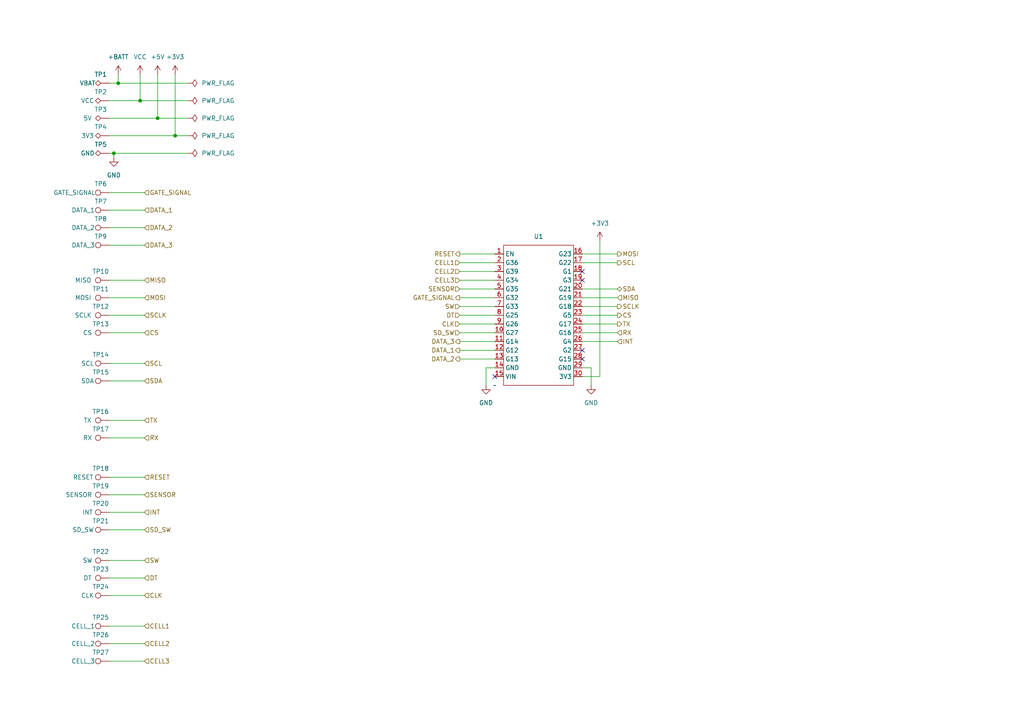
<source format=kicad_sch>
(kicad_sch (version 20230121) (generator eeschema)
  (paper "A4")
  (lib_symbols
    (symbol "Connector:TestPoint" (pin_numbers hide) (pin_names (offset 0.762) hide)
      (property "Reference" "TP" (at 0 6.858 0))
      (property "Value" "TestPoint" (at 0 5.08 0))
      (symbol "TestPoint_0_1"
        (circle (center 0 3.302) (radius 0.762))
      )
      (symbol "TestPoint_1_1"
        (pin passive line (at 0 0 90) (length 2.54) (name "1") (number "1"))
      )
    )
    (symbol "Connector:TestPoint_Alt" (pin_numbers hide) (pin_names (offset 0.762) hide)
      (property "Reference" "TP" (at 0 6.858 0))
      (property "Value" "TestPoint_Alt" (at 0 5.08 0))
      (symbol "TestPoint_Alt_0_1"
        (polyline (pts (xy 0 2.54) (xy -0.762 3.302) (xy 0 4.064) (xy 0.762 3.302) (xy 0 2.54)))
      )
      (symbol "TestPoint_Alt_1_1"
        (pin passive line (at 0 0 90) (length 2.54) (name "1") (number "1"))
      )
    )
    (symbol "MicroControllers:ESP32-DEVKIT-V1-30PIN"
      (property "Reference" "U" (at 3.81 41.91 0))
      (symbol "ESP32-DEVKIT-V1-30PIN_0_1"
        (rectangle (start 2.54 40.64) (end 22.86 0))
      )
      (symbol "ESP32-DEVKIT-V1-30PIN_1_1"
        (pin output line (at 0 38.1 0) (length 2.54) (name "EN") (number "1"))
        (pin bidirectional line (at 0 15.24 0) (length 2.54) (name "G27") (number "10"))
        (pin bidirectional line (at 0 12.7 0) (length 2.54) (name "G14") (number "11"))
        (pin bidirectional line (at 0 10.16 0) (length 2.54) (name "G12") (number "12"))
        (pin bidirectional line (at 0 7.62 0) (length 2.54) (name "G13") (number "13"))
        (pin power_in line (at 0 5.08 0) (length 2.54) (name "GND") (number "14"))
        (pin power_in line (at 0 2.54 0) (length 2.54) (name "VIN") (number "15"))
        (pin bidirectional line (at 25.4 38.1 180) (length 2.54) (name "G23") (number "16"))
        (pin bidirectional line (at 25.4 35.56 180) (length 2.54) (name "G22") (number "17"))
        (pin bidirectional line (at 25.4 33.02 180) (length 2.54) (name "G1") (number "18"))
        (pin bidirectional line (at 25.4 30.48 180) (length 2.54) (name "G3") (number "19"))
        (pin input line (at 0 35.56 0) (length 2.54) (name "G36") (number "2"))
        (pin bidirectional line (at 25.4 27.94 180) (length 2.54) (name "G21") (number "20"))
        (pin bidirectional line (at 25.4 25.4 180) (length 2.54) (name "G19") (number "21"))
        (pin bidirectional line (at 25.4 22.86 180) (length 2.54) (name "G18") (number "22"))
        (pin bidirectional line (at 25.4 20.32 180) (length 2.54) (name "G5") (number "23"))
        (pin bidirectional line (at 25.4 17.78 180) (length 2.54) (name "G17") (number "24"))
        (pin bidirectional line (at 25.4 15.24 180) (length 2.54) (name "G16") (number "25"))
        (pin bidirectional line (at 25.4 12.7 180) (length 2.54) (name "G4") (number "26"))
        (pin bidirectional line (at 25.4 10.16 180) (length 2.54) (name "G2") (number "27"))
        (pin bidirectional line (at 25.4 7.62 180) (length 2.54) (name "G15") (number "28"))
        (pin power_in line (at 25.4 5.08 180) (length 2.54) (name "GND") (number "29"))
        (pin input line (at 0 33.02 0) (length 2.54) (name "G39") (number "3"))
        (pin power_out line (at 25.4 2.54 180) (length 2.54) (name "3V3") (number "30"))
        (pin input line (at 0 30.48 0) (length 2.54) (name "G34") (number "4"))
        (pin input line (at 0 27.94 0) (length 2.54) (name "G35") (number "5"))
        (pin bidirectional line (at 0 25.4 0) (length 2.54) (name "G32") (number "6"))
        (pin bidirectional line (at 0 22.86 0) (length 2.54) (name "G33") (number "7"))
        (pin bidirectional line (at 0 20.32 0) (length 2.54) (name "G25") (number "8"))
        (pin bidirectional line (at 0 17.78 0) (length 2.54) (name "G26") (number "9"))
      )
    )
    (symbol "power:+3V3" (power) (pin_names (offset 0))
      (property "Value" "+3V3" (at 0 3.556 0))
      (symbol "+3V3_0_1"
        (polyline (pts (xy -0.762 1.27) (xy 0 2.54)))
        (polyline (pts (xy 0 0) (xy 0 2.54)))
        (polyline (pts (xy 0 2.54) (xy 0.762 1.27)))
      )
      (symbol "+3V3_1_1"
        (pin power_in line (at 0 0 90) (length 0) hide (name "+3V3") (number "1"))
      )
    )
    (symbol "power:+5V" (power) (pin_names (offset 0))
      (property "Value" "+5V" (at 0 3.556 0))
      (symbol "+5V_0_1"
        (polyline (pts (xy -0.762 1.27) (xy 0 2.54)))
        (polyline (pts (xy 0 0) (xy 0 2.54)))
        (polyline (pts (xy 0 2.54) (xy 0.762 1.27)))
      )
      (symbol "+5V_1_1"
        (pin power_in line (at 0 0 90) (length 0) hide (name "+5V") (number "1"))
      )
    )
    (symbol "power:+BATT" (power) (pin_names (offset 0))
      (property "Value" "+BATT" (at 0 3.556 0))
      (symbol "+BATT_0_1"
        (polyline (pts (xy -0.762 1.27) (xy 0 2.54)))
        (polyline (pts (xy 0 0) (xy 0 2.54)))
        (polyline (pts (xy 0 2.54) (xy 0.762 1.27)))
      )
      (symbol "+BATT_1_1"
        (pin power_in line (at 0 0 90) (length 0) hide (name "+BATT") (number "1"))
      )
    )
    (symbol "power:GND" (power) (pin_names (offset 0))
      (property "Value" "GND" (at 0 -3.81 0))
      (symbol "GND_0_1"
        (polyline (pts (xy 0 0) (xy 0 -1.27) (xy 1.27 -1.27) (xy 0 -2.54) (xy -1.27 -1.27) (xy 0 -1.27)))
      )
      (symbol "GND_1_1"
        (pin power_in line (at 0 0 270) (length 0) hide (name "GND") (number "1"))
      )
    )
    (symbol "power:PWR_FLAG" (power) (pin_numbers hide) (pin_names (offset 0) hide)
      (property "Value" "PWR_FLAG" (at 0 3.81 0))
      (symbol "PWR_FLAG_0_0"
        (pin power_out line (at 0 0 90) (length 0) (name "pwr") (number "1"))
      )
      (symbol "PWR_FLAG_0_1"
        (polyline (pts (xy 0 0) (xy 0 1.27) (xy -1.016 1.905) (xy 0 2.54) (xy 1.016 1.905) (xy 0 1.27)))
      )
    )
    (symbol "power:VCC" (power) (pin_names (offset 0))
      (property "Value" "VCC" (at 0 3.81 0))
      (symbol "VCC_0_1"
        (polyline (pts (xy -0.762 1.27) (xy 0 2.54)))
        (polyline (pts (xy 0 0) (xy 0 2.54)))
        (polyline (pts (xy 0 2.54) (xy 0.762 1.27)))
      )
      (symbol "VCC_1_1"
        (pin power_in line (at 0 0 90) (length 0) hide (name "VCC") (number "1"))
      )
    )
  )
  (junction (at 34.29 24.13))
  (junction (at 33.02 44.45))
  (junction (at 45.72 34.29))
  (junction (at 50.8 39.37))
  (junction (at 40.64 29.21))
  (no_connect (at 143.51 109.22))
  (no_connect (at 168.91 101.6))
  (no_connect (at 168.91 81.28))
  (no_connect (at 168.91 104.14))
  (no_connect (at 168.91 78.74))
  (wire (pts (xy 40.64 29.21) (xy 54.61 29.21)))
  (wire (pts (xy 50.8 39.37) (xy 54.61 39.37)))
  (wire (pts (xy 31.75 143.51) (xy 41.91 143.51)))
  (wire (pts (xy 143.51 104.14) (xy 133.35 104.14)))
  (wire (pts (xy 31.75 55.88) (xy 41.91 55.88)))
  (wire (pts (xy 31.75 172.72) (xy 41.91 172.72)))
  (wire (pts (xy 33.02 44.45) (xy 33.02 45.72)))
  (wire (pts (xy 31.75 24.13) (xy 34.29 24.13)))
  (wire (pts (xy 143.51 88.9) (xy 133.35 88.9)))
  (wire (pts (xy 31.75 153.67) (xy 41.91 153.67)))
  (wire (pts (xy 34.29 24.13) (xy 34.29 21.59)))
  (wire (pts (xy 31.75 86.36) (xy 41.91 86.36)))
  (wire (pts (xy 168.91 93.98) (xy 179.07 93.98)))
  (wire (pts (xy 168.91 96.52) (xy 179.07 96.52)))
  (wire (pts (xy 31.75 81.28) (xy 41.91 81.28)))
  (wire (pts (xy 143.51 81.28) (xy 133.35 81.28)))
  (wire (pts (xy 143.51 76.2) (xy 133.35 76.2)))
  (wire (pts (xy 45.72 34.29) (xy 31.75 34.29)))
  (wire (pts (xy 168.91 86.36) (xy 179.07 86.36)))
  (wire (pts (xy 168.91 83.82) (xy 179.07 83.82)))
  (wire (pts (xy 31.75 191.77) (xy 41.91 191.77)))
  (wire (pts (xy 31.75 181.61) (xy 41.91 181.61)))
  (wire (pts (xy 31.75 39.37) (xy 50.8 39.37)))
  (wire (pts (xy 143.51 101.6) (xy 133.35 101.6)))
  (wire (pts (xy 171.45 111.76) (xy 171.45 106.68)))
  (wire (pts (xy 45.72 21.59) (xy 45.72 34.29)))
  (wire (pts (xy 140.97 106.68) (xy 143.51 106.68)))
  (wire (pts (xy 168.91 91.44) (xy 179.07 91.44)))
  (wire (pts (xy 168.91 88.9) (xy 179.07 88.9)))
  (wire (pts (xy 168.91 109.22) (xy 173.99 109.22)))
  (wire (pts (xy 171.45 106.68) (xy 168.91 106.68)))
  (wire (pts (xy 143.51 91.44) (xy 133.35 91.44)))
  (wire (pts (xy 31.75 121.92) (xy 41.91 121.92)))
  (wire (pts (xy 31.75 66.04) (xy 41.91 66.04)))
  (wire (pts (xy 143.51 78.74) (xy 133.35 78.74)))
  (wire (pts (xy 31.75 138.43) (xy 41.91 138.43)))
  (wire (pts (xy 31.75 127) (xy 41.91 127)))
  (wire (pts (xy 31.75 91.44) (xy 41.91 91.44)))
  (wire (pts (xy 31.75 96.52) (xy 41.91 96.52)))
  (wire (pts (xy 143.51 93.98) (xy 133.35 93.98)))
  (wire (pts (xy 40.64 29.21) (xy 31.75 29.21)))
  (wire (pts (xy 143.51 99.06) (xy 133.35 99.06)))
  (wire (pts (xy 31.75 186.69) (xy 41.91 186.69)))
  (wire (pts (xy 31.75 44.45) (xy 33.02 44.45)))
  (wire (pts (xy 143.51 86.36) (xy 133.35 86.36)))
  (wire (pts (xy 133.35 83.82) (xy 143.51 83.82)))
  (wire (pts (xy 31.75 110.49) (xy 41.91 110.49)))
  (wire (pts (xy 143.51 73.66) (xy 133.35 73.66)))
  (wire (pts (xy 31.75 71.12) (xy 41.91 71.12)))
  (wire (pts (xy 173.99 109.22) (xy 173.99 69.85)))
  (wire (pts (xy 50.8 39.37) (xy 50.8 21.59)))
  (wire (pts (xy 140.97 111.76) (xy 140.97 106.68)))
  (wire (pts (xy 31.75 162.56) (xy 41.91 162.56)))
  (wire (pts (xy 34.29 24.13) (xy 54.61 24.13)))
  (wire (pts (xy 168.91 76.2) (xy 179.07 76.2)))
  (wire (pts (xy 168.91 99.06) (xy 179.07 99.06)))
  (wire (pts (xy 31.75 148.59) (xy 41.91 148.59)))
  (wire (pts (xy 45.72 34.29) (xy 54.61 34.29)))
  (wire (pts (xy 31.75 167.64) (xy 41.91 167.64)))
  (wire (pts (xy 168.91 73.66) (xy 179.07 73.66)))
  (wire (pts (xy 40.64 21.59) (xy 40.64 29.21)))
  (wire (pts (xy 31.75 60.96) (xy 41.91 60.96)))
  (wire (pts (xy 33.02 44.45) (xy 54.61 44.45)))
  (wire (pts (xy 31.75 105.41) (xy 41.91 105.41)))
  (wire (pts (xy 133.35 96.52) (xy 143.51 96.52)))
  (hierarchical_label "GATE_SIGNAL" (shape input) (at 41.91 55.88 0))
  (hierarchical_label "DT" (shape input) (at 41.91 167.64 0))
  (hierarchical_label "SDA" (shape bidirectional) (at 179.07 83.82 0))
  (hierarchical_label "DATA_1" (shape output) (at 133.35 101.6 180))
  (hierarchical_label "SDA" (shape input) (at 41.91 110.49 0))
  (hierarchical_label "DATA_3" (shape input) (at 41.91 71.12 0))
  (hierarchical_label "SCL" (shape output) (at 179.07 76.2 0))
  (hierarchical_label "SD_SW" (shape input) (at 41.91 153.67 0))
  (hierarchical_label "TX" (shape output) (at 179.07 93.98 0))
  (hierarchical_label "INT" (shape input) (at 41.91 148.59 0))
  (hierarchical_label "SCL" (shape input) (at 41.91 105.41 0))
  (hierarchical_label "DATA_2" (shape input) (at 41.91 66.04 0))
  (hierarchical_label "SD_SW" (shape input) (at 133.35 96.52 180))
  (hierarchical_label "TX" (shape input) (at 41.91 121.92 0))
  (hierarchical_label "RX" (shape input) (at 179.07 96.52 0))
  (hierarchical_label "CLK" (shape input) (at 133.35 93.98 180))
  (hierarchical_label "MISO" (shape input) (at 179.07 86.36 0))
  (hierarchical_label "CS" (shape input) (at 41.91 96.52 0))
  (hierarchical_label "DATA_1" (shape input) (at 41.91 60.96 0))
  (hierarchical_label "GATE_SIGNAL" (shape output) (at 133.35 86.36 180))
  (hierarchical_label "SCLK" (shape input) (at 41.91 91.44 0))
  (hierarchical_label "INT" (shape input) (at 179.07 99.06 0))
  (hierarchical_label "RESET" (shape input) (at 41.91 138.43 0))
  (hierarchical_label "RESET" (shape output) (at 133.35 73.66 180))
  (hierarchical_label "CELL1" (shape input) (at 133.35 76.2 180))
  (hierarchical_label "SCLK" (shape output) (at 179.07 88.9 0))
  (hierarchical_label "CELL2" (shape input) (at 41.91 186.69 0))
  (hierarchical_label "CELL1" (shape input) (at 41.91 181.61 0))
  (hierarchical_label "CELL2" (shape input) (at 133.35 78.74 180))
  (hierarchical_label "SENSOR" (shape input) (at 41.91 143.51 0))
  (hierarchical_label "SW" (shape input) (at 133.35 88.9 180))
  (hierarchical_label "CELL3" (shape input) (at 133.35 81.28 180))
  (hierarchical_label "DATA_3" (shape output) (at 133.35 99.06 180))
  (hierarchical_label "MISO" (shape input) (at 41.91 81.28 0))
  (hierarchical_label "DATA_2" (shape output) (at 133.35 104.14 180))
  (hierarchical_label "CLK" (shape input) (at 41.91 172.72 0))
  (hierarchical_label "CELL3" (shape input) (at 41.91 191.77 0))
  (hierarchical_label "DT" (shape input) (at 133.35 91.44 180))
  (hierarchical_label "MOSI" (shape output) (at 179.07 73.66 0))
  (hierarchical_label "MOSI" (shape input) (at 41.91 86.36 0))
  (hierarchical_label "RX" (shape input) (at 41.91 127 0))
  (hierarchical_label "SENSOR" (shape input) (at 133.35 83.82 180))
  (hierarchical_label "SW" (shape input) (at 41.91 162.56 0))
  (hierarchical_label "CS" (shape output) (at 179.07 91.44 0))
  (symbol (lib_id "Connector:TestPoint") (at 31.75 186.69 90) (unit 1)
    (property "Reference" "TP26" (at 29.21 184.15 90))
    (property "Value" "CELL_2" (at 24.13 186.69 90))
    (property "Footprint" "TestPoint:TestPoint_Pad_D1.5mm" (effects hide))
    (instances (project "LED_Snowboard_V4" (path "" (reference "TP26") (unit 1)) (path "" (reference "TP61") (unit 1)) (path "" (reference "TP63") (unit 1))))
  )
  (symbol (lib_id "Connector:TestPoint_Alt") (at 31.75 39.37 90) (unit 1)
    (property "Reference" "TP4" (at 29.21 36.83 90))
    (property "Value" "3V3" (at 25.4 39.37 90))
    (property "Footprint" "TestPoint:TestPoint_Pad_3.0x3.0mm" (effects hide))
    (instances (project "LED_Snowboard_V4" (path "" (reference "TP4") (unit 1)) (path "" (reference "TP41") (unit 1)) (path "" (reference "TP42") (unit 1))))
  )
  (symbol (lib_id "power:+3V3") (at 50.8 21.59 0) (unit 1)
    (property "Reference" "#PWR05" (effects hide))
    (property "Value" "+3V3" (at 50.8 16.51 0))
  )
  (symbol (lib_id "MicroControllers:ESP32-DEVKIT-V1-30PIN") (at 143.51 111.76 0) (unit 1)
    (property "Reference" "U1" (at 156.21 68.58 0))
    (property "Value" "~" (at 143.51 111.76 0))
    (property "Footprint" "MicroControllers:MODULE_ESP32_DEVKIT_V1" (effects hide))
    (instances (project "LED_Snowboard_V4" (path "" (reference "U1") (unit 1)) (path "" (reference "U2") (unit 1)) (path "" (reference "U3") (unit 1))))
  )
  (symbol (lib_id "power:GND") (at 33.02 45.72 0) (unit 1)
    (property "Reference" "#PWR01" (effects hide))
    (property "Value" "GND" (at 33.02 50.8 0))
  )
  (symbol (lib_id "power:PWR_FLAG") (at 54.61 39.37 270) (unit 1)
    (property "Reference" "#FLG01" (effects hide))
    (property "Value" "PWR_FLAG" (at 58.42 39.37 90) (effects (justify left)))
    (instances (project "LED_Snowboard_V4" (path "" (reference "#FLG01") (unit 1)) (path "" (reference "#FLG04") (unit 1))))
  )
  (symbol (lib_id "Connector:TestPoint") (at 31.75 191.77 90) (unit 1)
    (property "Reference" "TP27" (at 29.21 189.23 90))
    (property "Value" "CELL_3" (at 24.13 191.77 90))
    (property "Footprint" "TestPoint:TestPoint_Pad_D1.5mm" (effects hide))
    (instances (project "LED_Snowboard_V4" (path "" (reference "TP27") (unit 1)) (path "" (reference "TP61") (unit 1)) (path "" (reference "TP63") (unit 1))))
  )
  (symbol (lib_id "Connector:TestPoint") (at 31.75 121.92 90) (unit 1)
    (property "Reference" "TP16" (at 29.21 119.38 90))
    (property "Value" "TX" (at 25.4 121.92 90))
    (property "Footprint" "TestPoint:TestPoint_Pad_D1.5mm" (effects hide))
    (instances (project "LED_Snowboard_V4" (path "" (reference "TP16") (unit 1)) (path "" (reference "TP33") (unit 1)) (path "" (reference "TP35") (unit 1))))
  )
  (symbol (lib_id "power:PWR_FLAG") (at 54.61 34.29 270) (unit 1)
    (property "Reference" "#FLG01" (effects hide))
    (property "Value" "PWR_FLAG" (at 58.42 34.29 90) (effects (justify left)))
    (instances (project "LED_Snowboard_V4" (path "" (reference "#FLG01") (unit 1)) (path "" (reference "#FLG03") (unit 1))))
  )
  (symbol (lib_id "Connector:TestPoint") (at 31.75 172.72 90) (unit 1)
    (property "Reference" "TP24" (at 29.21 170.18 90))
    (property "Value" "CLK" (at 25.4 172.72 90))
    (property "Footprint" "TestPoint:TestPoint_Pad_D1.5mm" (effects hide))
    (instances (project "LED_Snowboard_V4" (path "" (reference "TP24") (unit 1)) (path "" (reference "TP60") (unit 1)) (path "" (reference "TP62") (unit 1))))
  )
  (symbol (lib_id "power:PWR_FLAG") (at 54.61 29.21 270) (unit 1)
    (property "Reference" "#FLG01" (effects hide))
    (property "Value" "PWR_FLAG" (at 58.42 29.21 90) (effects (justify left)))
    (instances (project "LED_Snowboard_V4" (path "" (reference "#FLG01") (unit 1)) (path "" (reference "#FLG02") (unit 1))))
  )
  (symbol (lib_id "Connector:TestPoint") (at 31.75 143.51 90) (unit 1)
    (property "Reference" "TP19" (at 29.21 140.97 90))
    (property "Value" "SENSOR" (at 22.86 143.51 90))
    (property "Footprint" "TestPoint:TestPoint_Pad_D1.5mm" (effects hide))
    (instances (project "LED_Snowboard_V4" (path "" (reference "TP19") (unit 1)) (path "" (reference "TP55") (unit 1)) (path "" (reference "TP57") (unit 1))))
  )
  (symbol (lib_id "Connector:TestPoint") (at 31.75 167.64 90) (unit 1)
    (property "Reference" "TP23" (at 29.21 165.1 90))
    (property "Value" "DT" (at 25.4 167.64 90))
    (property "Footprint" "TestPoint:TestPoint_Pad_D1.5mm" (effects hide))
    (instances (project "LED_Snowboard_V4" (path "" (reference "TP23") (unit 1)) (path "" (reference "TP55") (unit 1)) (path "" (reference "TP57") (unit 1))))
  )
  (symbol (lib_id "power:PWR_FLAG") (at 54.61 24.13 270) (unit 1)
    (property "Reference" "#FLG01" (effects hide))
    (property "Value" "PWR_FLAG" (at 58.42 24.13 90) (effects (justify left)))
  )
  (symbol (lib_id "Connector:TestPoint") (at 31.75 66.04 90) (unit 1)
    (property "Reference" "TP8" (at 29.21 63.5 90))
    (property "Value" "DATA_2" (at 24.13 66.04 90))
    (property "Footprint" "TestPoint:TestPoint_Pad_D1.5mm" (effects hide))
    (instances (project "LED_Snowboard_V4" (path "" (reference "TP8") (unit 1)) (path "" (reference "TP9") (unit 1)) (path "" (reference "TP11") (unit 1))))
  )
  (symbol (lib_id "Connector:TestPoint_Alt") (at 31.75 34.29 90) (unit 1)
    (property "Reference" "TP3" (at 29.21 31.75 90))
    (property "Value" "5V" (at 25.4 34.29 90))
    (property "Footprint" "TestPoint:TestPoint_Pad_3.0x3.0mm" (effects hide))
    (instances (project "LED_Snowboard_V4" (path "" (reference "TP3") (unit 1)) (path "" (reference "TP44") (unit 1)) (path "" (reference "TP45") (unit 1))))
  )
  (symbol (lib_id "Connector:TestPoint_Alt") (at 31.75 44.45 90) (unit 1)
    (property "Reference" "TP5" (at 29.21 41.91 90))
    (property "Value" "GND" (at 25.4 44.45 90))
    (property "Footprint" "TestPoint:TestPoint_Pad_3.0x3.0mm" (effects hide))
    (instances (project "LED_Snowboard_V4" (path "" (reference "TP5") (unit 1)) (path "" (reference "TP38") (unit 1)) (path "" (reference "TP39") (unit 1))))
  )
  (symbol (lib_id "Connector:TestPoint_Alt") (at 31.75 29.21 90) (unit 1)
    (property "Reference" "TP2" (at 29.21 26.67 90))
    (property "Value" "VCC" (at 25.4 29.21 90))
    (property "Footprint" "TestPoint:TestPoint_Pad_3.0x3.0mm" (effects hide))
    (instances (project "LED_Snowboard_V4" (path "" (reference "TP2") (unit 1)) (path "" (reference "TP47") (unit 1)) (path "" (reference "TP48") (unit 1))))
  )
  (symbol (lib_id "Connector:TestPoint") (at 31.75 138.43 90) (unit 1)
    (property "Reference" "TP18" (at 29.21 135.89 90))
    (property "Value" "RESET" (at 24.13 138.43 90))
    (property "Footprint" "TestPoint:TestPoint_Pad_D1.5mm" (effects hide))
    (instances (project "LED_Snowboard_V4" (path "" (reference "TP18") (unit 1)) (path "" (reference "TP54") (unit 1)) (path "" (reference "TP56") (unit 1))))
  )
  (symbol (lib_id "Connector:TestPoint") (at 31.75 110.49 90) (unit 1)
    (property "Reference" "TP15" (at 29.21 107.95 90))
    (property "Value" "SDA" (at 25.4 110.49 90))
    (property "Footprint" "TestPoint:TestPoint_Pad_D1.5mm" (effects hide))
    (instances (project "LED_Snowboard_V4" (path "" (reference "TP15") (unit 1)) (path "" (reference "TP28") (unit 1)) (path "" (reference "TP30") (unit 1))))
  )
  (symbol (lib_id "power:GND") (at 171.45 111.76 0) (unit 1)
    (property "Reference" "#PWR07" (effects hide))
    (property "Value" "GND" (at 171.45 116.84 0))
  )
  (symbol (lib_id "power:+5V") (at 45.72 21.59 0) (unit 1)
    (property "Reference" "#PWR04" (effects hide))
    (property "Value" "+5V" (at 45.72 16.51 0))
  )
  (symbol (lib_id "Connector:TestPoint") (at 31.75 91.44 90) (unit 1)
    (property "Reference" "TP12" (at 29.21 88.9 90))
    (property "Value" "SCLK" (at 24.13 91.44 90))
    (property "Footprint" "TestPoint:TestPoint_Pad_D1.5mm" (effects hide))
    (instances (project "LED_Snowboard_V4" (path "" (reference "TP12") (unit 1)) (path "" (reference "TP21") (unit 1)) (path "" (reference "TP23") (unit 1))))
  )
  (symbol (lib_id "Connector:TestPoint") (at 31.75 81.28 90) (unit 1)
    (property "Reference" "TP10" (at 29.21 78.74 90))
    (property "Value" "MISO" (at 24.13 81.28 90))
    (property "Footprint" "TestPoint:TestPoint_Pad_D1.5mm" (effects hide))
    (instances (project "LED_Snowboard_V4" (path "" (reference "TP10") (unit 1)) (path "" (reference "TP15") (unit 1)) (path "" (reference "TP17") (unit 1))))
  )
  (symbol (lib_id "Connector:TestPoint") (at 31.75 105.41 90) (unit 1)
    (property "Reference" "TP14" (at 29.21 102.87 90))
    (property "Value" "SCL" (at 25.4 105.41 90))
    (property "Footprint" "TestPoint:TestPoint_Pad_D1.5mm" (effects hide))
    (instances (project "LED_Snowboard_V4" (path "" (reference "TP14") (unit 1)) (path "" (reference "TP27") (unit 1)) (path "" (reference "TP29") (unit 1))))
  )
  (symbol (lib_id "Connector:TestPoint") (at 31.75 55.88 90) (unit 1)
    (property "Reference" "TP6" (at 29.21 53.34 90))
    (property "Value" "GATE_SIGNAL" (at 21.59 55.88 90))
    (property "Footprint" "TestPoint:TestPoint_Pad_D1.5mm" (effects hide))
    (instances (project "LED_Snowboard_V4" (path "" (reference "TP6") (unit 1)) (path "" (reference "TP2") (unit 1)) (path "" (reference "TP3") (unit 1))))
  )
  (symbol (lib_id "Connector:TestPoint") (at 31.75 162.56 90) (unit 1)
    (property "Reference" "TP22" (at 29.21 160.02 90))
    (property "Value" "SW" (at 25.4 162.56 90))
    (property "Footprint" "TestPoint:TestPoint_Pad_D1.5mm" (effects hide))
    (instances (project "LED_Snowboard_V4" (path "" (reference "TP22") (unit 1)) (path "" (reference "TP54") (unit 1)) (path "" (reference "TP56") (unit 1))))
  )
  (symbol (lib_id "Connector:TestPoint_Alt") (at 31.75 24.13 90) (unit 1)
    (property "Reference" "TP1" (at 29.21 21.59 90))
    (property "Value" "VBAT" (at 25.4 24.13 90))
    (property "Footprint" "TestPoint:TestPoint_Pad_3.0x3.0mm" (effects hide))
    (instances (project "LED_Snowboard_V4" (path "" (reference "TP1") (unit 1)) (path "" (reference "TP50") (unit 1)) (path "" (reference "TP51") (unit 1))))
  )
  (symbol (lib_id "Connector:TestPoint") (at 31.75 127 90) (unit 1)
    (property "Reference" "TP17" (at 29.21 124.46 90))
    (property "Value" "RX" (at 25.4 127 90))
    (property "Footprint" "TestPoint:TestPoint_Pad_D1.5mm" (effects hide))
    (instances (project "LED_Snowboard_V4" (path "" (reference "TP17") (unit 1)) (path "" (reference "TP34") (unit 1)) (path "" (reference "TP36") (unit 1))))
  )
  (symbol (lib_id "Connector:TestPoint") (at 31.75 71.12 90) (unit 1)
    (property "Reference" "TP9" (at 29.21 68.58 90))
    (property "Value" "DATA_3" (at 24.13 71.12 90))
    (property "Footprint" "TestPoint:TestPoint_Pad_D1.5mm" (effects hide))
    (instances (project "LED_Snowboard_V4" (path "" (reference "TP9") (unit 1)) (path "" (reference "TP10") (unit 1)) (path "" (reference "TP12") (unit 1))))
  )
  (symbol (lib_id "Connector:TestPoint") (at 31.75 60.96 90) (unit 1)
    (property "Reference" "TP7" (at 29.21 58.42 90))
    (property "Value" "DATA_1" (at 24.13 60.96 90))
    (property "Footprint" "TestPoint:TestPoint_Pad_D1.5mm" (effects hide))
    (instances (project "LED_Snowboard_V4" (path "" (reference "TP7") (unit 1)) (path "" (reference "TP5") (unit 1)) (path "" (reference "TP6") (unit 1))))
  )
  (symbol (lib_id "power:+3V3") (at 173.99 69.85 0) (unit 1)
    (property "Reference" "#PWR08" (effects hide))
    (property "Value" "+3V3" (at 173.99 64.77 0))
  )
  (symbol (lib_id "power:GND") (at 140.97 111.76 0) (mirror y) (unit 1)
    (property "Reference" "#PWR06" (effects hide))
    (property "Value" "GND" (at 140.97 116.84 0))
  )
  (symbol (lib_id "power:VCC") (at 40.64 21.59 0) (unit 1)
    (property "Reference" "#PWR03" (effects hide))
    (property "Value" "VCC" (at 40.64 16.51 0))
  )
  (symbol (lib_id "power:PWR_FLAG") (at 54.61 44.45 270) (unit 1)
    (property "Reference" "#FLG01" (effects hide))
    (property "Value" "PWR_FLAG" (at 58.42 44.45 90) (effects (justify left)))
    (instances (project "LED_Snowboard_V4" (path "" (reference "#FLG01") (unit 1)) (path "" (reference "#FLG05") (unit 1))))
  )
  (symbol (lib_id "Connector:TestPoint") (at 31.75 96.52 90) (unit 1)
    (property "Reference" "TP13" (at 29.21 93.98 90))
    (property "Value" "CS" (at 25.4 96.52 90))
    (property "Footprint" "TestPoint:TestPoint_Pad_D1.5mm" (effects hide))
    (instances (project "LED_Snowboard_V4" (path "" (reference "TP13") (unit 1)) (path "" (reference "TP22") (unit 1)) (path "" (reference "TP24") (unit 1))))
  )
  (symbol (lib_id "Connector:TestPoint") (at 31.75 148.59 90) (unit 1)
    (property "Reference" "TP20" (at 29.21 146.05 90))
    (property "Value" "INT" (at 25.4 148.59 90))
    (property "Footprint" "TestPoint:TestPoint_Pad_D1.5mm" (effects hide))
    (instances (project "LED_Snowboard_V4" (path "" (reference "TP20") (unit 1)) (path "" (reference "TP60") (unit 1)) (path "" (reference "TP62") (unit 1))))
  )
  (symbol (lib_id "Connector:TestPoint") (at 31.75 181.61 90) (unit 1)
    (property "Reference" "TP25" (at 29.21 179.07 90))
    (property "Value" "CELL_1" (at 24.13 181.61 90))
    (property "Footprint" "TestPoint:TestPoint_Pad_D1.5mm" (effects hide))
    (instances (project "LED_Snowboard_V4" (path "" (reference "TP25") (unit 1)) (path "" (reference "TP61") (unit 1)) (path "" (reference "TP63") (unit 1))))
  )
  (symbol (lib_id "power:+BATT") (at 34.29 21.59 0) (unit 1)
    (property "Reference" "#PWR02" (effects hide))
    (property "Value" "+BATT" (at 34.29 16.51 0))
  )
  (symbol (lib_id "Connector:TestPoint") (at 31.75 153.67 90) (unit 1)
    (property "Reference" "TP21" (at 29.21 151.13 90))
    (property "Value" "SD_SW" (at 24.13 153.67 90))
    (property "Footprint" "TestPoint:TestPoint_Pad_D1.5mm" (effects hide))
    (instances (project "LED_Snowboard_V4" (path "" (reference "TP21") (unit 1)) (path "" (reference "TP61") (unit 1)) (path "" (reference "TP63") (unit 1))))
  )
  (symbol (lib_id "Connector:TestPoint") (at 31.75 86.36 90) (unit 1)
    (property "Reference" "TP11" (at 29.21 83.82 90))
    (property "Value" "MOSI" (at 24.13 86.36 90))
    (property "Footprint" "TestPoint:TestPoint_Pad_D1.5mm" (effects hide))
    (instances (project "LED_Snowboard_V4" (path "" (reference "TP11") (unit 1)) (path "" (reference "TP16") (unit 1)) (path "" (reference "TP18") (unit 1))))
  )
)
</source>
